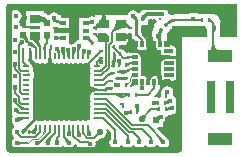
<source format=gtl>
G04 Layer_Physical_Order=1*
G04 Layer_Color=255*
%FSLAX25Y25*%
%MOIN*%
G70*
G01*
G75*
%ADD10C,0.00500*%
%ADD11C,0.00800*%
%ADD12C,0.01000*%
%ADD13C,0.00400*%
%ADD14C,0.00600*%
%ADD15C,0.01200*%
%ADD16C,0.01500*%
%ADD17R,0.01102X0.01181*%
G04:AMPARAMS|DCode=18|XSize=11.02mil|YSize=11.81mil|CornerRadius=0mil|HoleSize=0mil|Usage=FLASHONLY|Rotation=45.000|XOffset=0mil|YOffset=0mil|HoleType=Round|Shape=Rectangle|*
%AMROTATEDRECTD18*
4,1,4,0.00028,-0.00807,-0.00807,0.00028,-0.00028,0.00807,0.00807,-0.00028,0.00028,-0.00807,0.0*
%
%ADD18ROTATEDRECTD18*%

%ADD19R,0.02165X0.01181*%
%ADD20R,0.02559X0.05315*%
%ADD21R,0.01181X0.01102*%
%ADD22R,0.01181X0.01181*%
%ADD23R,0.03543X0.03150*%
%ADD24O,0.02559X0.00787*%
%ADD25O,0.00787X0.02559*%
%ADD26R,0.18504X0.18504*%
%ADD27R,0.02165X0.02165*%
%ADD28R,0.01181X0.02165*%
%ADD29R,0.06693X0.08661*%
%ADD30R,0.02362X0.02362*%
%ADD31R,0.03543X0.02756*%
%ADD32R,0.02362X0.02362*%
%ADD33R,0.01969X0.02362*%
%ADD34O,0.58500X0.02000*%
%ADD35O,0.58000X0.02000*%
%ADD36O,0.02000X0.41000*%
%ADD37O,0.01800X0.49500*%
%ADD38R,0.07874X0.03937*%
%ADD39R,0.03150X0.11024*%
%ADD40C,0.00750*%
%ADD41R,0.19500X0.00735*%
%ADD42C,0.01500*%
%ADD43C,0.01000*%
%ADD44C,0.02598*%
%ADD45C,0.02200*%
G36*
X16169Y31386D02*
X16696Y31034D01*
X17318Y30910D01*
X17940Y31034D01*
X18106Y31144D01*
X18271Y31034D01*
X18893Y30910D01*
X19515Y31034D01*
X19681Y31144D01*
X19846Y31034D01*
X20468Y30910D01*
X21090Y31034D01*
X21255Y31144D01*
X21421Y31034D01*
X22043Y30910D01*
X22665Y31034D01*
X22830Y31144D01*
X22996Y31034D01*
X23618Y30910D01*
X24239Y31034D01*
X24405Y31144D01*
X24570Y31034D01*
X25192Y30910D01*
X25814Y31034D01*
X25980Y31144D01*
X26145Y31034D01*
X26767Y30910D01*
X27389Y31034D01*
X27555Y31144D01*
X27720Y31034D01*
X28342Y30910D01*
X28821Y31005D01*
X29175Y30652D01*
X29079Y30173D01*
X29203Y29551D01*
X29314Y29385D01*
X29203Y29220D01*
X29079Y28598D01*
X29203Y27976D01*
X29314Y27811D01*
X29203Y27645D01*
X29079Y27023D01*
X29203Y26401D01*
X29314Y26236D01*
X29203Y26070D01*
X29079Y25448D01*
X29203Y24827D01*
X29314Y24661D01*
X29203Y24496D01*
X29079Y23874D01*
X29203Y23252D01*
X29555Y22725D01*
X29818Y22549D01*
Y22049D01*
X29555Y21873D01*
X29203Y21346D01*
X29079Y20724D01*
X29203Y20102D01*
X29314Y19937D01*
X29203Y19771D01*
X29079Y19149D01*
X29203Y18527D01*
X29314Y18362D01*
X29203Y18196D01*
X29079Y17574D01*
X29203Y16953D01*
X29314Y16787D01*
X29203Y16621D01*
X29079Y16000D01*
X29203Y15378D01*
X29314Y15212D01*
X29203Y15047D01*
X29079Y14425D01*
X29203Y13803D01*
X29268Y13706D01*
X29087Y13435D01*
X28971Y12850D01*
X29061Y12393D01*
X28708Y12040D01*
X28342Y12113D01*
X27720Y11989D01*
X27555Y11878D01*
X27389Y11989D01*
X26767Y12113D01*
X26145Y11989D01*
X25980Y11878D01*
X25814Y11989D01*
X25192Y12113D01*
X24570Y11989D01*
X24405Y11878D01*
X24239Y11989D01*
X23618Y12113D01*
X22996Y11989D01*
X22830Y11878D01*
X22665Y11989D01*
X22043Y12113D01*
X21421Y11989D01*
X21255Y11878D01*
X21090Y11989D01*
X20468Y12113D01*
X19846Y11989D01*
X19681Y11878D01*
X19515Y11989D01*
X18893Y12113D01*
X18271Y11989D01*
X18106Y11878D01*
X17940Y11989D01*
X17318Y12113D01*
X16696Y11989D01*
X16531Y11878D01*
X16365Y11989D01*
X15743Y12113D01*
X15122Y11989D01*
X14956Y11878D01*
X14791Y11989D01*
X14169Y12113D01*
X13547Y11989D01*
X13381Y11878D01*
X13216Y11989D01*
X12594Y12113D01*
X11972Y11989D01*
X11806Y11878D01*
X11641Y11989D01*
X11019Y12113D01*
X10540Y12017D01*
X10187Y12371D01*
X10282Y12850D01*
X10158Y13472D01*
X10047Y13637D01*
X10158Y13803D01*
X10282Y14425D01*
X10158Y15047D01*
X10047Y15212D01*
X10158Y15378D01*
X10282Y16000D01*
X10158Y16621D01*
X10047Y16787D01*
X10158Y16953D01*
X10282Y17574D01*
X10158Y18196D01*
X10047Y18362D01*
X10158Y18527D01*
X10282Y19149D01*
X10158Y19771D01*
X10047Y19937D01*
X10158Y20102D01*
X10282Y20724D01*
X10158Y21346D01*
X10047Y21511D01*
X10158Y21677D01*
X10282Y22299D01*
X10158Y22921D01*
X10047Y23086D01*
X10158Y23252D01*
X10282Y23874D01*
X10158Y24496D01*
X10047Y24661D01*
X10158Y24827D01*
X10282Y25448D01*
X10158Y26070D01*
X10141Y26097D01*
X10501Y26637D01*
X10633Y27300D01*
X10501Y27963D01*
X10235Y28362D01*
X10282Y28598D01*
X10158Y29220D01*
X10047Y29385D01*
X10158Y29551D01*
X10282Y30173D01*
X10187Y30652D01*
X10540Y31005D01*
X11019Y30910D01*
X11641Y31034D01*
X11806Y31144D01*
X11972Y31034D01*
X12594Y30910D01*
X13216Y31034D01*
X13381Y31144D01*
X13547Y31034D01*
X14169Y30910D01*
X14791Y31034D01*
X15318Y31386D01*
X15494Y31649D01*
X15993D01*
X16169Y31386D01*
D02*
G37*
G36*
X42707Y39159D02*
X43784D01*
X44773Y38170D01*
Y35305D01*
X44773D01*
Y35303D01*
X44420Y34949D01*
X41820D01*
Y34790D01*
X41450D01*
X41379Y34776D01*
X40993Y35093D01*
Y35841D01*
X39758D01*
X38711Y36888D01*
X38902Y37350D01*
X41700D01*
Y41141D01*
X42707D01*
Y39159D01*
D02*
G37*
G36*
X2694Y17494D02*
X2879Y17370D01*
X2977Y16880D01*
X2563Y16261D01*
X2412Y15500D01*
X2563Y14739D01*
X2994Y14094D01*
X3067Y14045D01*
X3263Y13753D01*
X3323Y13449D01*
X2963Y12911D01*
X2812Y12150D01*
X2963Y11389D01*
X3394Y10744D01*
X3872Y10425D01*
Y9925D01*
X3394Y9606D01*
X2963Y8961D01*
X2812Y8200D01*
X2963Y7439D01*
X3394Y6794D01*
X3722Y6575D01*
Y6075D01*
X3394Y5856D01*
X2963Y5211D01*
X2812Y4450D01*
X2963Y3689D01*
X3394Y3044D01*
X4039Y2613D01*
X4800Y2462D01*
X5561Y2613D01*
X6064Y2950D01*
X6117Y2972D01*
X8550D01*
X9116Y3084D01*
X9457Y3312D01*
X9947Y3214D01*
X10094Y2994D01*
X10739Y2563D01*
X11500Y2412D01*
X12261Y2563D01*
X12906Y2994D01*
X13033Y3185D01*
X13533D01*
X13594Y3094D01*
X14239Y2663D01*
X15000Y2512D01*
X15761Y2663D01*
X16406Y3094D01*
X16406Y3094D01*
Y3094D01*
X16694Y3194D01*
X16694Y3194D01*
D01*
X17339Y2763D01*
X18100Y2612D01*
X18861Y2763D01*
X19506Y3194D01*
X19800Y3634D01*
X20300D01*
X20594Y3194D01*
X21239Y2763D01*
X22000Y2612D01*
X22761Y2763D01*
X23406Y3194D01*
X23837Y3839D01*
X23855Y3931D01*
X24333Y4076D01*
X24755Y3655D01*
X25234Y3334D01*
X25800Y3222D01*
X27375D01*
X27594Y2894D01*
X28239Y2463D01*
X28894Y2333D01*
X28845Y1835D01*
X1835D01*
Y17918D01*
X2314Y18063D01*
X2694Y17494D01*
D02*
G37*
G36*
X67573Y43359D02*
X67733Y43252D01*
X67938Y42945D01*
X68021Y42531D01*
X68000Y39850D01*
X59800D01*
Y1835D01*
X29155D01*
X29106Y2333D01*
X29761Y2463D01*
X30406Y2894D01*
X30837Y3539D01*
X30988Y4300D01*
X30871Y4888D01*
X31345Y5205D01*
X32088Y5947D01*
X32300Y5905D01*
X33197Y6083D01*
X33958Y6592D01*
X34467Y7353D01*
X34645Y8250D01*
X34530Y8831D01*
X34971Y9067D01*
X35971Y8066D01*
Y5928D01*
X35963Y5909D01*
X35663Y5461D01*
X35512Y4700D01*
X35663Y3939D01*
X36094Y3294D01*
X36739Y2863D01*
X37500Y2712D01*
X38261Y2863D01*
X38906Y3294D01*
X39337Y3939D01*
X39350Y4005D01*
X39850D01*
X39863Y3939D01*
X40294Y3294D01*
X40939Y2863D01*
X41700Y2712D01*
X42461Y2863D01*
X43106Y3294D01*
X43400Y3734D01*
X43900D01*
X44194Y3294D01*
X44839Y2863D01*
X45600Y2712D01*
X46361Y2863D01*
X47006Y3294D01*
X47300Y3734D01*
X47800D01*
X48094Y3294D01*
X48739Y2863D01*
X49500Y2712D01*
X50261Y2863D01*
X50906Y3294D01*
X51250Y3809D01*
X51750D01*
X52094Y3294D01*
X52739Y2863D01*
X53500Y2712D01*
X54261Y2863D01*
X54906Y3294D01*
X55337Y3939D01*
X55488Y4700D01*
X55337Y5461D01*
X54906Y6106D01*
X54541Y6350D01*
X54121Y6770D01*
X54121Y6770D01*
D01*
X54121Y6770D01*
X54121Y6770D01*
X53305Y7586D01*
X53272Y7628D01*
X53273D01*
X53263D01*
X51434Y9457D01*
X51625Y9919D01*
X53513D01*
Y11498D01*
X54106Y11894D01*
X54537Y12539D01*
X54688Y13300D01*
X54644Y13523D01*
X54961Y13909D01*
X56293D01*
Y14106D01*
X56300Y14112D01*
X57061Y14263D01*
X57706Y14694D01*
X58137Y15339D01*
X58288Y16100D01*
X58137Y16861D01*
X57706Y17506D01*
X57573Y17594D01*
X57737Y17839D01*
X57888Y18600D01*
X57737Y19361D01*
X57306Y20006D01*
X56661Y20437D01*
X56737Y20639D01*
X56737Y20639D01*
X56737Y20639D01*
X56888Y21400D01*
X56737Y22161D01*
X56306Y22806D01*
X55661Y23237D01*
X54900Y23388D01*
X54139Y23237D01*
X53494Y22806D01*
X53063Y22161D01*
X53029Y21991D01*
X52790D01*
Y19691D01*
X51230D01*
X51161Y19737D01*
X50583Y19852D01*
X50437Y20330D01*
X51654Y21547D01*
X52008Y22077D01*
X52094Y22510D01*
X52291D01*
Y25462D01*
X52647D01*
Y25462D01*
X55843D01*
X56600Y25312D01*
X57361Y25463D01*
X58006Y25894D01*
X58437Y26539D01*
X58588Y27300D01*
X58437Y28061D01*
X58311Y28250D01*
X58437Y28439D01*
X58588Y29200D01*
X58437Y29961D01*
X58277Y30200D01*
X58437Y30439D01*
X58588Y31200D01*
X58437Y31961D01*
X58006Y32606D01*
X57403Y33009D01*
Y33249D01*
X57463Y33548D01*
X57606Y33644D01*
X58037Y34289D01*
X58188Y35050D01*
X58037Y35811D01*
X57606Y36456D01*
X57213Y36719D01*
Y36918D01*
X56806D01*
X56200Y37038D01*
X55594Y36918D01*
X53900D01*
Y38600D01*
X54700D01*
X54770Y40347D01*
X54770D01*
X54743Y40380D01*
X54869Y41013D01*
X55246Y41578D01*
X56301Y42975D01*
X56588Y43356D01*
X56632Y43400D01*
X67369D01*
X67573Y43359D01*
D02*
G37*
G36*
X51174Y45454D02*
X51363Y44991D01*
X50943Y44479D01*
X50372Y43411D01*
X50021Y42253D01*
X49902Y41048D01*
X50000Y39000D01*
Y38600D01*
X51100D01*
Y35500D01*
X52647D01*
Y33336D01*
X52647Y33336D01*
X52647Y32980D01*
X52647D01*
Y29399D01*
Y27431D01*
Y27075D01*
X52291D01*
Y27075D01*
X48710D01*
D01*
D01*
X48710Y27075D01*
X48354D01*
Y27075D01*
X46386D01*
Y27431D01*
Y29399D01*
Y31368D01*
Y34949D01*
X46386D01*
Y34951D01*
X46740Y35305D01*
X48354D01*
Y39870D01*
X47687D01*
X46209Y41348D01*
Y41459D01*
Y43613D01*
X46596Y43930D01*
X46722Y43905D01*
X46946Y43949D01*
X48473D01*
Y45317D01*
X48499Y45448D01*
X48765Y45714D01*
X51174Y45454D01*
D02*
G37*
G36*
X53094Y49567D02*
X52439Y49437D01*
X52361Y49385D01*
X48005D01*
X47419Y49268D01*
X47302Y49245D01*
X46707Y48847D01*
X45609Y47749D01*
X45111Y47798D01*
X44906Y48106D01*
X44261Y48537D01*
X43500Y48688D01*
X42739Y48537D01*
X42094Y48106D01*
X41663Y47461D01*
X41641Y47350D01*
X30900D01*
Y46822D01*
X30461Y46587D01*
X29700Y46738D01*
X28939Y46587D01*
X28509Y46300D01*
X25356D01*
Y42718D01*
Y40159D01*
Y38829D01*
X24639Y38687D01*
X23994Y38256D01*
X23596Y37660D01*
X23029Y37547D01*
X22708Y37332D01*
X22641Y37377D01*
X22244Y37456D01*
Y37607D01*
X22244D01*
Y41188D01*
X18677D01*
X18608Y41234D01*
X17847Y41385D01*
X17568Y41330D01*
X17181Y41647D01*
Y42237D01*
Y42718D01*
X17679D01*
Y42718D01*
X22244D01*
Y46300D01*
X19669D01*
X19649Y46308D01*
X19512Y46445D01*
X19390Y46526D01*
Y47043D01*
X18815D01*
X18506Y47506D01*
X17861Y47937D01*
X17100Y48088D01*
X16339Y47937D01*
X15694Y47506D01*
X15525Y47252D01*
X15027Y47203D01*
X14822Y47409D01*
X14177Y47840D01*
X13672Y47940D01*
Y48581D01*
X7728D01*
Y43425D01*
X12419D01*
Y42675D01*
X8984D01*
Y42863D01*
X6483D01*
X6288Y43100D01*
X6137Y43861D01*
X5706Y44506D01*
X5341Y44750D01*
Y45250D01*
X5706Y45494D01*
X6137Y46139D01*
X6288Y46900D01*
X6137Y47661D01*
X5706Y48306D01*
X5061Y48737D01*
X4300Y48888D01*
X3539Y48737D01*
X2894Y48306D01*
X2463Y47661D01*
X2333Y47006D01*
X1835Y47055D01*
Y50065D01*
X53045D01*
X53094Y49567D01*
D02*
G37*
G36*
X35417Y40305D02*
Y38110D01*
X31874D01*
Y41260D01*
X34326Y41263D01*
X35417Y40305D01*
D02*
G37*
G36*
X78165Y39850D02*
X72600D01*
Y44769D01*
X72624D01*
X72530Y45482D01*
X72255Y46146D01*
X71817Y46717D01*
X71817Y46718D01*
X71219Y47177D01*
X70522Y47465D01*
X69774Y47564D01*
X66458Y47539D01*
Y47539D01*
X66420Y47500D01*
X65290D01*
Y48009D01*
X61709D01*
Y47500D01*
X55691D01*
X55188Y47600D01*
X55037Y48361D01*
X54606Y49006D01*
X53961Y49437D01*
X53306Y49567D01*
X53355Y50065D01*
X78165D01*
Y39850D01*
D02*
G37*
D10*
X50833Y18150D02*
G03*
X51174Y17889I486J280D01*
G01*
X51178Y17887D02*
G03*
X50869Y17727I-67J-249D01*
G01*
X50869Y18073D02*
G03*
X51178Y17913I242J89D01*
G01*
X51174Y17911D02*
G03*
X50833Y17650I145J-542D01*
G01*
X50754Y18254D02*
G03*
X51607Y17900I853J853D01*
G01*
X51607D02*
G03*
X50754Y17546I0J-1207D01*
G01*
X45254Y16346D02*
G03*
X44900Y15493I854J-854D01*
G01*
D02*
G03*
X44546Y16346I-1207J0D01*
G01*
X54874Y17900D02*
G03*
X55900Y18600I0J1101D01*
G01*
X54142Y17900D02*
G03*
X55434Y18782I0J1388D01*
G01*
X55825Y18106D02*
G03*
X55200Y17900I-109J-722D01*
G01*
D02*
G03*
X55406Y18525I-516J516D01*
G01*
X46300Y13250D02*
G03*
X47751Y13851I0J2052D01*
G01*
D02*
G03*
X47150Y12400I1451J-1451D01*
G01*
X55519Y15700D02*
G03*
X56300Y16100I0J963D01*
G01*
X54542Y15700D02*
G03*
X55894Y16392I0J1667D01*
G01*
X41346Y5054D02*
G03*
X41700Y5907I-854J854D01*
G01*
D02*
G03*
X42054Y5054I1207J0D01*
G01*
X45246D02*
G03*
X45600Y5907I-854J854D01*
G01*
D02*
G03*
X45954Y5054I1207J0D01*
G01*
X53500Y4700D02*
G03*
X53076Y5724I-1448J0D01*
G01*
X53000Y4700D02*
G03*
X52222Y6578I-2656J0D01*
G01*
X41454Y14954D02*
G03*
X42066Y14700I612J612D01*
G01*
X42549D02*
G03*
X41454Y14246I0J-1549D01*
G01*
X24946Y7654D02*
G03*
X25192Y8247I-594J594D01*
G01*
Y8767D02*
G03*
X25654Y7654I1575J0D01*
G01*
X17746Y4953D02*
G03*
X18100Y5807I-854J854D01*
G01*
D02*
G03*
X18454Y4953I1207J0D01*
G01*
X14854Y5354D02*
G03*
X14500Y4500I854J-854D01*
G01*
X15707Y6207D02*
G03*
X15000Y4500I1707J-1707D01*
G01*
X16561Y7061D02*
G03*
X15500Y4500I2561J-2561D01*
G01*
X14700Y4900D02*
G03*
X15000Y5500I-450J600D01*
G01*
D02*
G03*
X15300Y4900I750J0D01*
G01*
X46215Y49350D02*
G03*
X47173Y49747I0J1356D01*
G01*
X47587Y49648D02*
G03*
X48000Y49350I412J136D01*
G01*
X7771Y27023D02*
G03*
X8708Y27461I0J1223D01*
G01*
X4453Y22746D02*
G03*
X4100Y21893I854J-854D01*
G01*
D02*
G03*
X3746Y22746I-1207J0D01*
G01*
X4900Y15500D02*
G03*
X5254Y14646I1207J0D01*
G01*
X5254Y14646D02*
G03*
X4400Y15000I-854J-854D01*
G01*
X37346Y48846D02*
G03*
X36131Y49350I-1216J-1216D01*
G01*
X36855D02*
G03*
X37346Y49554I0J695D01*
G01*
X38054D02*
G03*
X38545Y49350I491J491D01*
G01*
X39269D02*
G03*
X38054Y48846I0J-1719D01*
G01*
X4453Y30446D02*
G03*
X4200Y29834I612J-612D01*
G01*
Y29351D02*
G03*
X3746Y30446I-1548J0D01*
G01*
X5283Y12850D02*
G03*
X4447Y12504I0J-1183D01*
G01*
X6490Y12850D02*
G03*
X4800Y12150I0J-2390D01*
G01*
X7697Y12850D02*
G03*
X5153Y11796I0J-3597D01*
G01*
X4875Y12644D02*
G03*
X5500Y12850I109J722D01*
G01*
D02*
G03*
X5294Y12225I516J-516D01*
G01*
X25754Y36496D02*
G03*
X25192Y35142I1355J-1355D01*
G01*
X21500Y4600D02*
G03*
X20864Y6136I-2173J0D01*
G01*
X21846Y7903D02*
G03*
X22043Y8377I-474J474D01*
G01*
Y9137D02*
G03*
X22554Y7903I1744J0D01*
G01*
X38210Y24136D02*
G03*
X38758Y23850I548J382D01*
G01*
D02*
G03*
X38210Y23564I0J-668D01*
G01*
X55844Y34699D02*
G03*
X55007Y35050I-836J-823D01*
G01*
D02*
G03*
X55844Y35401I0J1173D01*
G01*
X39254Y31596D02*
G03*
X38900Y30743I854J-854D01*
G01*
D02*
G03*
X38546Y31596I-1207J0D01*
G01*
X6400Y37650D02*
G03*
X5632Y37332I0J-1086D01*
G01*
X5511Y37211D02*
G03*
X5900Y38150I-939J939D01*
G01*
X18513Y35821D02*
G03*
X18648Y34793I1309J-351D01*
G01*
X18544Y34973D02*
G03*
X17901Y35467I-917J-530D01*
G01*
X18526Y35886D02*
G03*
X18893Y34807I1280J-166D01*
G01*
X18406Y35294D02*
G03*
X18030Y35450I-376J-376D01*
G01*
X20468Y34549D02*
G03*
X19980Y35700I-1602J0D01*
G01*
X20468Y33369D02*
G03*
X19632Y35341I-2743J0D01*
G01*
X22233Y35186D02*
G03*
X21880Y34333I854J-854D01*
G01*
D02*
G03*
X21526Y35186I-1207J0D01*
G01*
X24144Y35357D02*
G03*
X23618Y34087I1270J-1270D01*
G01*
Y34919D02*
G03*
X23436Y35357I-618J0D01*
G01*
X27354Y34996D02*
G03*
X26767Y33581I1416J-1416D01*
G01*
X49146Y5054D02*
G03*
X49500Y5907I-854J854D01*
G01*
D02*
G03*
X49854Y5054I1207J0D01*
G01*
X5153Y4803D02*
G03*
X6007Y4450I854J854D01*
G01*
D02*
G03*
X5153Y4096I0J-1207D01*
G01*
X38605Y23658D02*
G03*
X38141Y23850I-464J-464D01*
G01*
X38041D02*
G03*
X38605Y24084I0J798D01*
G01*
X52045Y15487D02*
G03*
X51531Y15700I-514J-514D01*
G01*
D02*
G03*
X52045Y15913I0J727D01*
G01*
X54755D02*
G03*
X55269Y15700I514J514D01*
G01*
D02*
G03*
X54755Y15487I0J-727D01*
G01*
X38625Y30782D02*
G03*
X38900Y31446I-663J663D01*
G01*
Y31148D02*
G03*
X39051Y30782I516J0D01*
G01*
X42445Y14487D02*
G03*
X41931Y14700I-514J-514D01*
G01*
D02*
G03*
X42445Y14913I0J727D01*
G01*
X44729Y14952D02*
G03*
X44900Y15366I-413J413D01*
G01*
Y15567D02*
G03*
X45155Y14952I870J0D01*
G01*
X51645Y17687D02*
G03*
X51131Y17900I-514J-514D01*
G01*
D02*
G03*
X51645Y18113I0J727D01*
G01*
X54355D02*
G03*
X54869Y17900I514J514D01*
G01*
D02*
G03*
X54355Y17687I0J-727D01*
G01*
X55706Y35315D02*
G03*
X56200Y35050I494J328D01*
G01*
X56058D02*
G03*
X55663Y34886I0J-559D01*
G01*
X18749Y34307D02*
G03*
X18294Y35406I-1555J0D01*
G01*
X21880Y35046D02*
G03*
X22144Y34408I903J0D01*
G01*
X32476Y28742D02*
G03*
X33408Y29128I0J1318D01*
G01*
X32476Y27167D02*
G03*
X33348Y27528I0J1234D01*
G01*
X12050Y7750D02*
G03*
X12450Y8716I-966J966D01*
G01*
X5641Y16658D02*
G03*
X6885Y16143I1244J1244D01*
G01*
X5941Y21259D02*
G03*
X6885Y20868I944J944D01*
G01*
X39158Y43389D02*
G03*
X38085Y42945I0J-1516D01*
G01*
X39158Y42889D02*
G03*
X37232Y42091I0J-2723D01*
G01*
X37610Y42470D02*
G03*
X38333Y44214I-1744J1744D01*
G01*
X36757Y41616D02*
G03*
X37833Y44214I-2598J2598D01*
G01*
X39354D02*
X40978D01*
X36500Y41359D02*
X39354Y44214D01*
X36500Y38250D02*
Y41359D01*
X35300Y37050D02*
X36500Y38250D01*
X35300Y29480D02*
Y37050D01*
X34400Y30120D02*
Y38932D01*
X33646Y39686D02*
X34400Y38932D01*
X20430Y33459D02*
X20468Y33421D01*
X7771Y20724D02*
X7777Y20730D01*
X31590Y28598D02*
X32878D01*
X31590Y27023D02*
X32843D01*
X21880Y33584D02*
X22043Y33421D01*
X21880Y33584D02*
Y35540D01*
X20468Y33421D02*
Y35212D01*
X19980Y35700D02*
X20468Y35212D01*
X18893Y33421D02*
Y34807D01*
X18030Y35670D02*
X18893Y34807D01*
X18030Y35670D02*
Y35950D01*
X7771Y16000D02*
X7880D01*
X46564Y24014D02*
Y24792D01*
X32843Y27023D02*
X35300Y29480D01*
X32878Y28598D02*
X34400Y30120D01*
X38838Y30530D02*
X38900Y30592D01*
Y31950D01*
X37800Y23850D02*
X38758D01*
X38818Y23910D01*
X55007Y35050D02*
X56200D01*
X54930Y35127D02*
X55007Y35050D01*
X23618Y33421D02*
Y35538D01*
X23790Y35710D01*
X25192Y33421D02*
Y36642D01*
X25400Y36850D01*
X26767Y33421D02*
Y35117D01*
X27000Y35350D01*
X15743Y8053D02*
Y9602D01*
X26767Y7703D02*
Y9602D01*
Y7703D02*
X28220Y6250D01*
X30300D01*
X32300Y8250D01*
X6152Y28598D02*
X7771D01*
X5500Y12850D02*
X7771D01*
X4800Y12150D02*
X5500Y12850D01*
X5475Y14425D02*
X7771D01*
X4400Y15500D02*
X5475Y14425D01*
X6300Y16000D02*
X7771D01*
X5600Y18050D02*
X6076Y17574D01*
X6896D01*
X7046D02*
X7771D01*
X4100Y18200D02*
X6300Y16000D01*
X4100Y18200D02*
Y18900D01*
Y21200D02*
Y23100D01*
Y21200D02*
X5600Y19700D01*
Y18050D02*
Y19700D01*
X4200Y29050D02*
Y30700D01*
X6400Y38100D02*
Y38150D01*
X5500Y29250D02*
X6152Y28598D01*
X5500Y29250D02*
Y37200D01*
X6400Y38100D01*
X8623Y27023D02*
X8900Y27300D01*
X7771Y27023D02*
X8623D01*
X6476Y20724D02*
X7771D01*
X5700Y21500D02*
X6476Y20724D01*
X4100Y30800D02*
X4200Y30700D01*
Y29050D02*
X5700Y27550D01*
Y21500D02*
Y27550D01*
X12594Y8294D02*
Y9602D01*
X10900Y6600D02*
X12594Y8294D01*
X6177Y6600D02*
X10900D01*
X4800Y7977D02*
X6177Y6600D01*
X4800Y7977D02*
Y8200D01*
Y4450D02*
X8550D01*
X12091Y4400D02*
X15743Y8053D01*
X11500Y4400D02*
X12091D01*
X17318Y7818D02*
Y9602D01*
X15000Y5500D02*
X17318Y7818D01*
X15000Y4500D02*
Y5500D01*
X18893Y6993D02*
Y9602D01*
X18100Y6200D02*
X18893Y6993D01*
X18100Y4600D02*
Y6200D01*
X20468Y6532D02*
Y9602D01*
Y6532D02*
X22000Y5000D01*
Y4600D02*
Y5000D01*
X25192Y7408D02*
Y9602D01*
Y7408D02*
X25300Y7300D01*
X22043Y7707D02*
Y9602D01*
Y7707D02*
X22200Y7550D01*
X23618Y6882D02*
Y9602D01*
Y6882D02*
X25800Y4700D01*
X28600D01*
X29000Y4300D01*
X53500Y4700D02*
Y5300D01*
X31900Y17574D02*
X34526D01*
X42800Y9300D01*
X46500D02*
X49500Y6300D01*
Y4700D02*
Y6300D01*
X42800Y9300D02*
X46500D01*
X31590Y16000D02*
X34300D01*
X42100Y8200D01*
X43500D01*
X45600Y6100D01*
Y4700D02*
Y6100D01*
X31590Y14425D02*
X33975D01*
X41700Y6700D01*
Y4700D02*
Y6700D01*
X31590Y19149D02*
X34451D01*
X44900Y14742D02*
Y16700D01*
Y14742D02*
X44942Y14700D01*
X41200D02*
X42658D01*
X41100Y14600D02*
X41200Y14700D01*
X34451Y19149D02*
X43200Y10400D01*
X48400D01*
X53500Y5300D01*
X55900Y15700D02*
X56300Y16100D01*
X54542Y15700D02*
X55900D01*
X55200Y17900D02*
X55900Y18600D01*
X54142Y17900D02*
X55200D01*
X46300Y12400D02*
X49600Y15700D01*
X52258D01*
X50400Y17900D02*
X51858D01*
X50400Y17900D02*
X50400Y17900D01*
X34300Y49350D02*
X48000D01*
D11*
X54765Y9843D02*
G03*
X54916Y10985I-1302J752D01*
G01*
X55221D02*
G03*
X55372Y9843I1453J-389D01*
G01*
X54821Y9916D02*
G03*
X55068Y10514I-598J598D01*
G01*
D02*
G03*
X55316Y9916I845J0D01*
G01*
X52700Y12950D02*
G03*
X52103Y12702I0J-845D01*
G01*
X52103Y12702D02*
G03*
X52350Y13300I-598J598D01*
G01*
X56353Y27053D02*
G03*
X55755Y27300I-598J-598D01*
G01*
D02*
G03*
X56353Y27547I0J845D01*
G01*
Y28953D02*
G03*
X55755Y29200I-598J-598D01*
G01*
D02*
G03*
X56353Y29447I0J845D01*
G01*
Y30953D02*
G03*
X55755Y31200I-598J-598D01*
G01*
D02*
G03*
X56353Y31447I0J845D01*
G01*
X46253Y23247D02*
G03*
X46564Y23999I-752J752D01*
G01*
X47104Y40389D02*
G03*
X47739Y39742I1098J444D01*
G01*
X47104Y40389D02*
G03*
X47739Y39742I1098J444D01*
G01*
X18095Y39645D02*
G03*
X18692Y39397I598J598D01*
G01*
D02*
G03*
X18095Y39150I0J-845D01*
G01*
X17433Y45991D02*
G03*
X17600Y45292I653J-213D01*
G01*
X29084Y34652D02*
G03*
X28342Y33322I821J-1330D01*
G01*
X28883Y34600D02*
G03*
X28342Y34392I-35J-714D01*
G01*
D02*
G03*
X28550Y34933I-505J505D01*
G01*
X39754Y28104D02*
G03*
X39133Y28362I-622J-622D01*
G01*
X39181D02*
G03*
X39754Y28599I0J811D01*
G01*
X40249D02*
G03*
X40823Y28362I573J573D01*
G01*
X40871D02*
G03*
X40249Y28104I0J-879D01*
G01*
X39754D02*
G03*
X39157Y28352I-598J-598D01*
G01*
D02*
G03*
X39754Y28599I0J845D01*
G01*
X40249D02*
G03*
X40823Y28362I573J573D01*
G01*
X40871D02*
G03*
X40249Y28104I0J-879D01*
G01*
Y28599D02*
G03*
X40823Y28362I573J573D01*
G01*
X40871D02*
G03*
X40249Y28104I0J-879D01*
G01*
X32850Y32516D02*
G03*
X33147Y31798I1016J0D01*
G01*
X10082Y7932D02*
G03*
X9485Y8180I-598J-598D01*
G01*
D02*
G03*
X10082Y8427I0J845D01*
G01*
X10210Y8509D02*
G03*
X10870Y9453I-345J944D01*
G01*
X10356Y8529D02*
G03*
X10870Y8720I49J656D01*
G01*
D02*
G03*
X10679Y8206I465J-465D01*
G01*
X8374Y38142D02*
G03*
X9200Y37800I826J826D01*
G01*
X10993Y36358D02*
G03*
X9200Y37100I-1792J-1792D01*
G01*
X47128Y34830D02*
G03*
X48269Y35705I-486J1814D01*
G01*
X49612Y34763D02*
G03*
X49978Y34322I715J222D01*
G01*
X49197Y35137D02*
G03*
X49549Y34828I549J270D01*
G01*
X49419Y34753D02*
G03*
X49069Y36485I-2266J445D01*
G01*
X26543Y20020D02*
G03*
X28417Y21522I-729J2831D01*
G01*
X26490Y20005D02*
G03*
X26996Y20436I-268J827D01*
G01*
X27331Y21093D02*
G03*
X27470Y19710I1143J-583D01*
G01*
X26089Y23695D02*
G03*
X27560Y22369I1747J460D01*
G01*
X26202Y23460D02*
G03*
X28142Y22279I2396J1752D01*
G01*
X28364Y22887D02*
G03*
X27234Y23105I-685J-512D01*
G01*
X28405Y24123D02*
G03*
X26363Y24446I-1187J-888D01*
G01*
X28897Y23464D02*
G03*
X26824Y23793I-1205J-901D01*
G01*
X24657Y22299D02*
G03*
X27263Y23378I0J3685D01*
G01*
X22726Y22299D02*
G03*
X26697Y23944I0J5616D01*
G01*
X20794Y22299D02*
G03*
X26131Y24509I0J7548D01*
G01*
X26198Y23465D02*
G03*
X28471Y22299I2273J1632D01*
G01*
X26848Y23932D02*
G03*
X30030Y22299I3183J2286D01*
G01*
X27498Y24398D02*
G03*
X31590Y22299I4092J2939D01*
G01*
X22043Y22974D02*
G03*
X19909Y22091I0J-3018D01*
G01*
X20756Y22938D02*
G03*
X21144Y23874I-936J936D01*
G01*
X22043Y24773D02*
G03*
X22979Y25161I0J1324D01*
G01*
X23826Y26008D02*
G03*
X22942Y23874I2134J-2134D01*
G01*
X21547Y23378D02*
G03*
X24153Y22299I2606J2606D01*
G01*
X22113Y23944D02*
G03*
X26084Y22299I3971J3971D01*
G01*
X22679Y24509D02*
G03*
X28016Y22299I5337J5337D01*
G01*
X26767Y27699D02*
G03*
X24633Y26815I0J-3018D01*
G01*
X25480Y27662D02*
G03*
X25868Y28598I-936J936D01*
G01*
X26767Y29497D02*
G03*
X27703Y29885I0J1324D01*
G01*
X28550Y30732D02*
G03*
X27666Y28598I2134J-2134D01*
G01*
X17081Y29257D02*
G03*
X15743Y27354I686J-1903D01*
G01*
X17352Y28505D02*
G03*
X15743Y26215I825J-2289D01*
G01*
X17623Y27752D02*
G03*
X15743Y25077I964J-2675D01*
G01*
Y30302D02*
G03*
X16910Y28029I2798J0D01*
G01*
X15743Y31861D02*
G03*
X17376Y28679I3918J0D01*
G01*
X15743Y33421D02*
G03*
X17843Y29328I5038J0D01*
G01*
X12513Y27902D02*
G03*
X13954Y28568I176J1511D01*
G01*
X12605Y28697D02*
G03*
X14680Y29656I253J2176D01*
G01*
X28273Y44509D02*
G03*
X29452Y44998I0J1668D01*
G01*
X57729Y45500D02*
G03*
X56646Y45051I0J-1532D01*
G01*
X56461Y45007D02*
G03*
X55174Y44474I0J-1819D01*
G01*
X52400Y39755D02*
G03*
X52000Y40719I-1364J0D01*
G01*
X52400Y37824D02*
G03*
X51435Y40154I-3295J0D01*
G01*
X51730Y39718D02*
G03*
X52400Y40622I-274J903D01*
G01*
X51498Y40484D02*
G03*
X52400Y41700I-368J1216D01*
G01*
X69124Y34364D02*
G03*
X69991Y36500I-2215J2144D01*
G01*
X70000Y36639D02*
G03*
X71075Y34043I3670J0D01*
G01*
X70000Y38570D02*
G03*
X71641Y34609I5601J0D01*
G01*
X15744Y35394D02*
G03*
X16094Y36579I-915J915D01*
G01*
X14330Y37222D02*
G03*
X14109Y36689I532J-532D01*
G01*
X14083Y36525D02*
G03*
X14169Y35581I609J-420D01*
G01*
X6900Y34703D02*
G03*
X6651Y35304I-849J0D01*
G01*
X46893Y40911D02*
G03*
X47214Y40136I1095J0D01*
G01*
X44609Y40911D02*
G03*
X44800Y40450I652J0D01*
G01*
X41029Y28513D02*
G03*
X42452Y29102I0J2012D01*
G01*
X42067Y33158D02*
G03*
X41446Y32901I0J-878D01*
G01*
X7384Y40285D02*
G03*
X7658Y39623I935J0D01*
G01*
X7966Y39315D02*
G03*
X6863Y39704I-957J-957D01*
G01*
X7966Y39150D02*
G03*
X6838Y40497I-1369J0D01*
G01*
X7966Y38194D02*
G03*
X6697Y39709I-1539J0D01*
G01*
X36661Y27657D02*
G03*
X35067Y26997I0J-2254D01*
G01*
X40319Y20401D02*
G03*
X39538Y20724I-781J-781D01*
G01*
X39754Y19835D02*
G03*
X37607Y20724I-2147J-2147D01*
G01*
X40239D02*
G03*
X39457Y20376I0J-1052D01*
G01*
X42034Y20724D02*
G03*
X40052Y19841I0J-2666D01*
G01*
X15352Y40129D02*
G03*
X14800Y38796I1333J-1333D01*
G01*
D02*
G03*
X14248Y40129I-1886J0D01*
G01*
X11120Y39214D02*
G03*
X10700Y38550I315J-664D01*
G01*
D02*
G03*
X10280Y39214I-735J0D01*
G01*
X10520Y40339D02*
G03*
X10912Y38338I1683J-709D01*
G01*
X11258Y40028D02*
G03*
X11753Y37497I2129J-897D01*
G01*
X11995Y39717D02*
G03*
X12594Y36656I2575J-1085D01*
G01*
X42051Y20533D02*
G03*
X41589Y20724I-462J-462D01*
G01*
X41136Y30720D02*
G03*
X42440Y31190I152J1622D01*
G01*
X51414Y13028D02*
G03*
X52700Y13300I435J1123D01*
G01*
X55621Y11748D02*
G03*
X55068Y10414I1333J-1333D01*
G01*
D02*
G03*
X54516Y11748I-1886J0D01*
G01*
X47433Y34258D02*
G03*
X48532Y36911I-2654J2654D01*
G01*
Y35384D02*
G03*
X49933Y33455I2029J0D01*
G01*
X48532Y36486D02*
G03*
X50181Y34215I2388J0D01*
G01*
X48532Y37587D02*
G03*
X50429Y34976I2746J0D01*
G01*
X44103Y24110D02*
G03*
X42938Y23627I0J-1648D01*
G01*
D02*
G03*
X43420Y24792I-1165J1165D01*
G01*
X48342Y38081D02*
G03*
X47700Y39650I-2191J19D01*
G01*
X52400Y38707D02*
G03*
X52604Y38214I697J0D01*
G01*
X26414Y24203D02*
G03*
X29227Y22299I2812J1124D01*
G01*
X27157Y24500D02*
G03*
X30408Y22299I3251J1300D01*
G01*
X27900Y24797D02*
G03*
X31590Y22299I3690J1475D01*
G01*
X29613D02*
G03*
X26773Y20000I0J-2903D01*
G01*
X30601Y22299D02*
G03*
X27556Y19834I0J-3114D01*
G01*
X31590Y22299D02*
G03*
X28338Y19667I0J-3324D01*
G01*
X13987Y27205D02*
G03*
X15743Y31446I-4241J4241D01*
G01*
X13421Y27771D02*
G03*
X15743Y33377I-5607J5607D01*
G01*
X41554Y43637D02*
G03*
X39735Y43887I-1074J-1074D01*
G01*
X42300Y42892D02*
G03*
X40127Y43190I-1283J-1283D01*
G01*
X19125Y44525D02*
G03*
X17639Y45141I-1485J-1485D01*
G01*
X17100Y46100D02*
G03*
X17602Y45437I689J0D01*
G01*
X18584Y45066D02*
G03*
X19469Y44700I886J886D01*
G01*
X70399Y43319D02*
G03*
X70000Y42355I964J-964D01*
G01*
X70965Y42754D02*
G03*
X70000Y40424I2330J-2330D01*
G01*
Y43263D02*
G03*
X70592Y42348I1004J0D01*
G01*
X70000Y44500D02*
G03*
X70920Y43077I1560J0D01*
G01*
X52927Y41958D02*
G03*
X52400Y40685I1273J-1273D01*
G01*
X52796Y41941D02*
G03*
X52400Y41537I8J-404D01*
G01*
X69608Y44892D02*
G03*
X68842Y45210I-766J-766D01*
G01*
X63500Y45500D02*
X66458D01*
X52400Y37657D02*
Y41700D01*
X31590Y20724D02*
X42034D01*
X44442Y20600D02*
X48400D01*
X41300Y33008D02*
X41450Y33158D01*
X44103D01*
X40284Y33008D02*
X41300D01*
X39242Y34050D02*
X40284Y33008D01*
X36958Y36334D02*
Y36450D01*
Y36334D02*
X39242Y34050D01*
X29459Y44509D02*
X29700Y44750D01*
X27639Y44509D02*
X29459D01*
X16242Y35892D02*
Y36650D01*
X15743Y35394D02*
X16242Y35892D01*
X15743Y33421D02*
Y35394D01*
X13900Y36592D02*
X13958Y36650D01*
X13900Y35850D02*
Y36592D01*
Y35850D02*
X14169Y35581D01*
Y33421D02*
Y35581D01*
X14158Y37050D02*
X14800Y37692D01*
Y40681D01*
X17847Y39397D02*
X19961D01*
X10700Y38550D02*
Y40097D01*
Y38550D02*
X12594Y36656D01*
Y33421D02*
Y36656D01*
X6800Y40481D02*
X7966Y39315D01*
Y38550D02*
Y39315D01*
Y38550D02*
X9066Y37450D01*
X9200D01*
X9900D01*
X11019Y36331D01*
X14158Y37050D02*
X14169Y37040D01*
X17600Y45292D02*
X18358D01*
X19141Y44509D01*
X19961D01*
X27639Y39397D02*
X28453D01*
X30700Y40708D02*
X31722Y39686D01*
X33646D01*
X40978Y44214D02*
X42300Y42892D01*
X42800Y23489D02*
X44103Y24792D01*
X8942Y8180D02*
X10330D01*
X31590Y30173D02*
Y31488D01*
X19681Y21511D02*
Y21862D01*
X7771Y30173D02*
Y30579D01*
X40990Y28362D02*
X41130Y28221D01*
X38880Y28352D02*
X38890Y28362D01*
X35878Y27808D02*
X36700D01*
X31590Y22299D02*
X34017D01*
X40990Y28362D02*
X41712D01*
X42571Y29221D01*
X44103D01*
X41122Y30530D02*
X41780D01*
X42440Y31190D01*
X44103D01*
X32850Y31600D02*
Y32748D01*
Y31600D02*
X32900Y31550D01*
X38880Y28352D02*
X40002D01*
X41838Y37588D02*
X41980Y37730D01*
X46564Y37588D02*
Y38686D01*
X44458Y40792D02*
X46564Y38686D01*
X44458Y40792D02*
Y40950D01*
X48532Y37588D02*
Y38818D01*
X46742Y40608D02*
Y40950D01*
X54930Y37588D02*
X55000Y37658D01*
X10870Y9453D02*
X11019Y9602D01*
X10870Y8720D02*
Y9453D01*
X10330Y8180D02*
X10870Y8720D01*
X31590Y25448D02*
X33518D01*
X35878Y27808D01*
X31590Y23874D02*
X33754D01*
X34972Y25092D01*
X36000D01*
X28342Y33421D02*
Y34392D01*
X28900Y34950D01*
X11019Y33421D02*
Y36331D01*
X6900Y31450D02*
X7771Y30579D01*
X6900Y31450D02*
Y34988D01*
X6738Y35150D02*
X6900Y34988D01*
X17100Y45792D02*
Y46100D01*
Y45792D02*
X17600Y45292D01*
X46742Y40608D02*
X47700Y39650D01*
X48532Y38818D01*
X54940Y31200D02*
X56600D01*
X54977Y27300D02*
X56600D01*
X54930Y27253D02*
X54977Y27300D01*
X54952Y29200D02*
X56600D01*
X54930Y29221D02*
X54952Y29200D01*
X46500Y23000D02*
X46564Y23064D01*
Y24014D01*
X42034Y20724D02*
X42158Y20600D01*
X48400D02*
X50501Y22701D01*
Y24792D01*
X39900Y17658D02*
X40000Y17558D01*
Y16500D02*
Y17558D01*
X48532Y32174D02*
Y37588D01*
X69100Y45400D02*
X70000Y44500D01*
X51700Y12300D02*
X52700Y13300D01*
X51131Y12300D02*
X51700D01*
X55068Y9668D02*
Y12300D01*
X52258Y20200D02*
Y21442D01*
X52200Y21500D02*
X52258Y21442D01*
X54407Y43707D02*
Y43966D01*
X52400Y41700D02*
X52793Y42093D01*
X52400Y37657D02*
X52469Y37588D01*
X66458Y45500D02*
X66558Y45400D01*
X54407Y43707D02*
X56200Y45500D01*
X63500D01*
X70000Y34858D02*
Y44500D01*
X20468Y22299D02*
X31590D01*
X19681Y21862D02*
X32850Y35032D01*
X15743Y25448D02*
Y33421D01*
X48532Y32174D02*
X49517Y31190D01*
X38890Y28362D02*
X40990D01*
X31590Y31488D02*
X32850Y32748D01*
D12*
X58550Y31700D02*
G03*
X58197Y32554I-1207J0D01*
G01*
X58552Y31729D02*
G03*
X58300Y32450I-873J100D01*
G01*
X41838Y37588D02*
G03*
X41300Y36290I1298J-1298D01*
G01*
X41838Y37588D02*
G03*
X41300Y36827I269J-760D01*
G01*
X38018Y26068D02*
G03*
X38890Y26078I431J451D01*
G01*
X36958Y31808D02*
G03*
X36700Y31185I624J-624D01*
G01*
X7562Y45959D02*
G03*
X6800Y44318I1389J-1641D01*
G01*
X47154Y34733D02*
G03*
X47671Y34640I371J578D01*
G01*
X46640Y34655D02*
G03*
X47154Y34733I163J660D01*
G01*
X46498Y34738D02*
G03*
X47154Y34733I334J790D01*
G01*
D02*
G03*
X46564Y33898I295J-835D01*
G01*
X47154Y34733D02*
G03*
X47990Y32717I2851J0D01*
G01*
X45580Y35127D02*
G03*
X47154Y34733I1115J1115D01*
G01*
D02*
G03*
X46564Y33898I295J-835D01*
G01*
X50390Y30070D02*
G03*
X49517Y30009I-363J-1084D01*
G01*
D02*
G03*
X49660Y30984I-448J564D01*
G01*
X50998Y29057D02*
G03*
X49517Y30009I-1889J-1312D01*
G01*
D02*
G03*
X49678Y30934I-433J552D01*
G01*
X50856Y29059D02*
G03*
X49517Y30009I-1817J-1142D01*
G01*
D02*
G03*
X48532Y27633I2376J-2376D01*
G01*
X47273Y32371D02*
G03*
X46564Y34143I-2421J59D01*
G01*
X48532Y32174D02*
G03*
X47273Y32371I-765J-765D01*
G01*
X53662Y33158D02*
G03*
X51761Y32371I0J-2688D01*
G01*
D02*
G03*
X50501Y32174I-495J-962D01*
G01*
X50414Y29999D02*
G03*
X51761Y30009I661J1631D01*
G01*
D02*
G03*
X51812Y28660I1654J-612D01*
G01*
X51761Y27647D02*
G03*
X51401Y28151I-789J-182D01*
G01*
X52248Y27006D02*
G03*
X51761Y27647I-1017J-268D01*
G01*
X50928Y27673D02*
G03*
X51761Y27647I448J992D01*
G01*
D02*
G03*
X51760Y26823I994J-413D01*
G01*
X49517Y27647D02*
G03*
X48903Y27033I434J-1048D01*
G01*
X50041Y28400D02*
G03*
X49517Y27647I647J-1010D01*
G01*
D02*
G03*
X48532Y25271I2376J-2376D01*
G01*
Y30009D02*
G03*
X49517Y27647I3326J0D01*
G01*
X48162Y26696D02*
G03*
X47273Y27647I-1593J-598D01*
G01*
X12594Y15224D02*
G03*
X13958Y15789I0J1929D01*
G01*
X13958Y15789D02*
G03*
X13393Y14425I1364J-1364D01*
G01*
X12594Y13626D02*
G03*
X11230Y13060I0J-1929D01*
G01*
X11230Y13060D02*
G03*
X11795Y14425I-1364J1364D01*
G01*
X17318Y18350D02*
G03*
X15954Y17785I0J-1929D01*
G01*
X15954Y17785D02*
G03*
X16519Y19149I-1364J1364D01*
G01*
X17318Y19948D02*
G03*
X18683Y20514I0J1929D01*
G01*
D02*
G03*
X18117Y19149I1364J-1364D01*
G01*
Y23874D02*
G03*
X18683Y22509I1929J0D01*
G01*
X18683Y22509D02*
G03*
X17318Y23074I-1364J-1364D01*
G01*
X16519Y23874D02*
G03*
X15954Y25238I-1929J0D01*
G01*
X15954Y25238D02*
G03*
X17318Y24673I1364J1364D01*
G01*
X12196Y26768D02*
G03*
X13160Y24438I3294J-2D01*
G01*
X11346Y26132D02*
G03*
X12458Y23726I3460J139D01*
G01*
X11250Y28544D02*
G03*
X13136Y24461I5872J235D01*
G01*
X11346Y26132D02*
G03*
X12458Y23726I3460J139D01*
G01*
X11250Y28544D02*
G03*
X13136Y24461I5872J235D01*
G01*
X12349Y25049D02*
G03*
X11272Y23981I284J-1364D01*
G01*
X12692Y25070D02*
G03*
X11281Y24026I-108J-1328D01*
G01*
X12029Y24439D02*
G03*
X13163Y27170I-2730J2734D01*
G01*
X16754Y28032D02*
G03*
X14424Y28995I-2327J-2331D01*
G01*
X17166Y29911D02*
G03*
X16122Y28500I283J-1302D01*
G01*
X17211Y29920D02*
G03*
X16143Y28843I296J-1362D01*
G01*
X17466Y28734D02*
G03*
X15060Y29845I-2544J-2348D01*
G01*
X16731Y28056D02*
G03*
X12648Y29942I-4318J-3985D01*
G01*
X17466Y28734D02*
G03*
X15060Y29845I-2544J-2348D01*
G01*
X16731Y28056D02*
G03*
X12648Y29942I-4318J-3985D01*
G01*
X14022Y28029D02*
G03*
X16753Y29163I-3J3863D01*
G01*
X13366Y28391D02*
G03*
X13553Y26972I1806J-484D01*
G01*
X13595Y26899D02*
G03*
X12387Y27826I-1723J-994D01*
G01*
X11810Y28442D02*
G03*
X10031Y31107I-4106J-815D01*
G01*
X15028Y29829D02*
G03*
X12451Y28739I27J-3656D01*
G01*
X15028Y29829D02*
G03*
X12451Y28739I27J-3656D01*
G01*
X13756Y28902D02*
G03*
X12639Y30171I-1819J-476D01*
G01*
X12788Y28649D02*
G03*
X10795Y30912I-3245J-848D01*
G01*
X13366Y28805D02*
G03*
X14293Y27597I1921J515D01*
G01*
X14220Y27639D02*
G03*
X12801Y27826I-935J-1619D01*
G01*
X11801Y28697D02*
G03*
X11203Y29898I-1205J150D01*
G01*
X14222Y28155D02*
G03*
X13149Y28023I-449J-777D01*
G01*
X13393Y28598D02*
G03*
X13958Y27234I1929J0D01*
G01*
X13958Y27234D02*
G03*
X12594Y27799I-1364J-1364D01*
G01*
X10085Y31161D02*
G03*
X12750Y29382I3480J2327D01*
G01*
X11021Y28554D02*
G03*
X12290Y27436I1744J702D01*
G01*
X10280Y30397D02*
G03*
X12543Y28404I3112J1252D01*
G01*
X12453Y28741D02*
G03*
X11363Y26164I2566J-2604D01*
G01*
X12453Y28741D02*
G03*
X11363Y26164I2566J-2604D01*
G01*
X11795Y28598D02*
G03*
X11230Y29962I-1929J0D01*
G01*
X11230Y29962D02*
G03*
X12594Y29397I1364J1364D01*
G01*
X13169Y28043D02*
G03*
X13037Y26970I646J-624D01*
G01*
X11294Y29989D02*
G03*
X12495Y29391I1052J607D01*
G01*
X24462Y46033D02*
G03*
X24027Y45466I467J-809D01*
G01*
X24514Y46073D02*
G03*
X24200Y45316I758J-758D01*
G01*
X42400Y39550D02*
G03*
X42300Y40608I-690J469D01*
G01*
X42423Y35127D02*
G03*
X41366Y35248I-605J-605D01*
G01*
X7400Y46150D02*
G03*
X7222Y44853I766J-766D01*
G01*
X6936Y8767D02*
G03*
X6709Y8219I548J-548D01*
G01*
X39911Y39686D02*
G03*
X42224Y40644I0J3272D01*
G01*
X47671Y32230D02*
G03*
X46578Y34191I-2188J66D01*
G01*
X46671Y32260D02*
G03*
X45128Y35028I-3087J93D01*
G01*
X45128Y35028D02*
G03*
X48434Y34807I1878J3253D01*
G01*
X51529Y34187D02*
G03*
X54012Y33158I2483J2483D01*
G01*
X53517D02*
G03*
X51258Y31560I0J-2395D01*
G01*
X54930Y33158D02*
G03*
X52201Y31227I0J-2894D01*
G01*
X46673Y32305D02*
G03*
X45580Y35127I-3743J172D01*
G01*
X46552Y34154D02*
G03*
X48677Y33819I1293J1293D01*
G01*
X45580Y35127D02*
G03*
X48222Y34709I1608J1608D01*
G01*
X50157Y28474D02*
G03*
X48532Y26140I864J-2334D01*
G01*
X50504Y27536D02*
G03*
X48532Y24704I1048J-2832D01*
G01*
Y25710D02*
G03*
X47504Y28193I-3511J0D01*
G01*
X52469Y27229D02*
G03*
X49526Y30359I-3136J0D01*
G01*
X52469Y26166D02*
G03*
X49465Y29361I-3201J0D01*
G01*
X52469Y25103D02*
G03*
X49404Y28363I-3266J0D01*
G01*
X46430Y34277D02*
G03*
X44595Y35037I-1835J-1835D01*
G01*
X44515Y37176D02*
G03*
X44103Y36181I995J-995D01*
G01*
D02*
G03*
X43691Y37176I-1407J0D01*
G01*
D02*
G03*
X42696Y37588I-995J-995D01*
G01*
D02*
G03*
X43691Y38000I0J1407D01*
G01*
X54518Y24380D02*
G03*
X53523Y24792I-995J-995D01*
G01*
D02*
G03*
X54518Y25204I0J1407D01*
G01*
X14126Y23004D02*
G03*
X12642Y28550I-5541J1489D01*
G01*
X13160Y23264D02*
G03*
X11418Y29774I-6504J1748D01*
G01*
X12194Y23523D02*
G03*
X10194Y30998I-7468J2007D01*
G01*
X11228Y23783D02*
G03*
X8970Y32221I-8431J2266D01*
G01*
X12642Y28550D02*
G03*
X18188Y27066I4057J4057D01*
G01*
X11418Y29774D02*
G03*
X17928Y28032I4763J4763D01*
G01*
X10194Y30998D02*
G03*
X17669Y28998I5468J5468D01*
G01*
X8970Y32221D02*
G03*
X17409Y29963I6173J6173D01*
G01*
X33411Y44149D02*
G03*
X31622Y43913I-741J-1284D01*
G01*
X32912Y43283D02*
G03*
X30700Y42992I-916J-1587D01*
G01*
X32908Y44996D02*
G03*
X33646Y46704I-1610J1708D01*
G01*
D02*
G03*
X34383Y44996I2348J0D01*
G01*
X39599Y39744D02*
G03*
X41524Y39833I914J1100D01*
G01*
X40238Y40513D02*
G03*
X42300Y40608I979J1178D01*
G01*
X40491Y40208D02*
G03*
X41378Y39686I887J493D01*
G01*
D02*
G03*
X40491Y39164I0J-1015D01*
G01*
X40933Y35659D02*
G03*
X39242Y36359I-1691J-1691D01*
G01*
X17930Y42678D02*
G03*
X19469Y42041I1539J1539D01*
G01*
X28835Y39015D02*
G03*
X28131Y39307I-704J-704D01*
G01*
X20952Y41950D02*
G03*
X23249Y42901I0J3248D01*
G01*
X23327Y44348D02*
G03*
X24200Y46113I-1348J1765D01*
G01*
X40142Y36450D02*
X41300Y35292D01*
X39242Y36450D02*
X40142D01*
X33646Y44214D02*
Y46704D01*
X42400Y39550D02*
Y40508D01*
X42300Y40608D02*
X42400Y40508D01*
X24200Y46113D02*
X24337Y46250D01*
X24200Y42750D02*
Y46113D01*
X23800Y42350D02*
X24200Y42750D01*
X23400Y41950D02*
X23800Y42350D01*
X19961Y41950D02*
X23400D01*
X6800Y45550D02*
X7400Y46150D01*
X6800Y44418D02*
Y45550D01*
X18658Y41950D02*
X19961D01*
X17600Y43008D02*
X18658Y41950D01*
X28453Y39397D02*
X29900Y37950D01*
X31922Y44214D02*
X33646D01*
X30700Y42992D02*
X31922Y44214D01*
X39354Y39686D02*
X41378D01*
X54930Y33158D02*
X57591D01*
X6658Y8489D02*
X12594Y14425D01*
Y28598D02*
X15743Y25448D01*
X17318Y23874D01*
X19681Y21511D01*
X8970Y32222D02*
X12594Y28598D01*
X8970Y32222D02*
Y35250D01*
X44103Y35127D02*
X45580D01*
X44103D02*
Y37588D01*
X38880Y26068D02*
X38890Y26078D01*
X52469Y24792D02*
Y26938D01*
Y24792D02*
X54930D01*
X51760Y27646D02*
X51761Y27647D01*
X51760Y27620D02*
Y27646D01*
X38890Y26078D02*
X40990D01*
X19681Y21511D02*
X20468Y22299D01*
X38018Y26068D02*
X38880D01*
X36700Y30092D02*
Y31550D01*
X36958Y31808D02*
Y34050D01*
X36700Y31550D02*
X36958Y31808D01*
X42800Y35050D02*
X44026D01*
X44103Y35127D01*
X41838Y37588D02*
X44103D01*
X41300Y35392D02*
Y37050D01*
X41838Y37588D01*
X44458Y40950D02*
Y43250D01*
Y45720D01*
X44438Y45740D02*
X44458Y45720D01*
X46742Y43250D02*
X46872D01*
X6658Y8180D02*
Y8489D01*
X35942Y22750D02*
X36000Y22808D01*
X34017Y22299D02*
X34468Y22750D01*
X35942D01*
X42423Y35127D02*
X44103D01*
X42158Y35392D02*
X42423Y35127D01*
X44438Y45740D02*
Y45762D01*
X43500Y46700D02*
X44438Y45762D01*
X57591Y33158D02*
X58300Y32450D01*
X12594Y14425D02*
X19681Y21511D01*
X48532Y24792D02*
Y30206D01*
X45580Y35127D02*
X48532Y32174D01*
Y30206D02*
X49517Y31190D01*
X50501Y32174D01*
X49517Y31190D02*
X51760Y27620D01*
X49517Y31190D02*
X52469Y26938D01*
X50501Y32174D02*
X51485Y33158D01*
X54930D01*
X41300Y35392D02*
X42158D01*
X41378Y39686D02*
X42300Y40608D01*
X46742Y40950D02*
Y43250D01*
D13*
X28328Y8301D02*
G03*
X28838Y7795I688J184D01*
G01*
X28342Y8827D02*
G03*
X28887Y7772I1294J0D01*
G01*
X28342Y9602D02*
G03*
X29118Y8099I1844J0D01*
G01*
X41102Y24301D02*
G03*
X41768Y24577I0J943D01*
G01*
X41673Y24482D02*
G03*
X41453Y23949I532J-532D01*
G01*
X43611Y26862D02*
G03*
X42840Y26543I0J-1091D01*
G01*
X42988Y26691D02*
G03*
X43220Y27253I-562J562D01*
G01*
X28479Y8579D02*
G03*
X28342Y8248I331J-331D01*
G01*
D02*
G03*
X28205Y8579I-468J0D01*
G01*
X14134Y8134D02*
G03*
X14375Y8716I-582J582D01*
G01*
X13451Y7451D02*
G03*
X13975Y8716I-1265J1265D01*
G01*
X14306Y8579D02*
G03*
X14169Y8248I331J-331D01*
G01*
D02*
G03*
X14032Y8579I-468J0D01*
G01*
X7750Y19170D02*
X7771Y19149D01*
X41102Y23910D02*
X41207D01*
X43550Y27253D02*
X44103D01*
X42400Y26103D02*
X43550Y27253D01*
X42400Y25208D02*
Y26103D01*
X41102Y23910D02*
X42400Y25208D01*
X54930Y29221D02*
X54988Y29280D01*
X28342Y8108D02*
Y9602D01*
Y8108D02*
X28800Y7650D01*
X8049Y22299D02*
X8100Y22350D01*
X7771Y22299D02*
X8049D01*
X14169Y8169D02*
Y9602D01*
X11750Y5750D02*
X14169Y8169D01*
X9850Y5750D02*
X11750D01*
X8550Y4450D02*
X9850Y5750D01*
X54930Y31190D02*
X54940Y31200D01*
X55090Y31350D01*
D14*
X37182Y5018D02*
G03*
X37500Y5786I-768J768D01*
G01*
D02*
G03*
X37818Y5018I1086J0D01*
G01*
X30500Y12850D02*
X31590D01*
X33350D01*
X37500Y8700D01*
Y4700D02*
Y8700D01*
D15*
X49559Y34643D02*
G03*
X50396Y35558I-687J1469D01*
G01*
X48899Y33572D02*
G03*
X49615Y34717I-1024J1437D01*
G01*
X49505Y35669D02*
G03*
X49421Y34703I1124J-584D01*
G01*
X49580Y34810D02*
G03*
X48816Y34888I-440J-531D01*
G01*
X50501Y32599D02*
G03*
X49587Y34804I-3119J0D01*
G01*
Y34663D02*
G03*
X50501Y36868I-2206J2206D01*
G01*
X49587Y32300D02*
G03*
X50501Y34506I-2206J2206D01*
G01*
X46983Y46528D02*
G03*
X46673Y45779I748J-748D01*
G01*
X48966Y33619D02*
G03*
X50501Y35846I-848J2227D01*
G01*
X48539Y34741D02*
G03*
X50501Y37587I-1084J2847D01*
G01*
Y36428D02*
G03*
X51459Y34116I3270J0D01*
G01*
X48532Y37588D02*
X50501D01*
X53150Y47550D02*
X53200Y47600D01*
X48005Y47550D02*
X53150D01*
X46722Y46267D02*
X48005Y47550D01*
X46722Y45740D02*
Y46267D01*
X50501Y32174D02*
Y37588D01*
D16*
X11538Y46447D02*
G03*
X12610Y46003I1072J1072D01*
G01*
D02*
G03*
X11538Y45559I0J-1516D01*
G01*
X13416Y46003D02*
X14800Y44618D01*
X10700Y46003D02*
X13416D01*
D17*
X66558Y45400D02*
D03*
X68842D02*
D03*
X39242Y36450D02*
D03*
X36958D02*
D03*
X54142Y17900D02*
D03*
X51858D02*
D03*
X52258Y20200D02*
D03*
X54542D02*
D03*
X44942Y14700D02*
D03*
X42658D02*
D03*
X41122Y30530D02*
D03*
X38838D02*
D03*
X54542Y15700D02*
D03*
X52258D02*
D03*
X41102Y23910D02*
D03*
X38818D02*
D03*
X44442Y20600D02*
D03*
X42158D02*
D03*
X46722Y45740D02*
D03*
X44438D02*
D03*
X8942Y8180D02*
D03*
X6658D02*
D03*
X39242Y34050D02*
D03*
X36958D02*
D03*
X44458Y43250D02*
D03*
X46742D02*
D03*
X44458Y40950D02*
D03*
X46742D02*
D03*
X6758Y35450D02*
D03*
X9042D02*
D03*
X13958Y36650D02*
D03*
X16242D02*
D03*
X49258Y40300D02*
D03*
X51542D02*
D03*
X73142Y42900D02*
D03*
X70858D02*
D03*
D18*
X52793Y42093D02*
D03*
X54407Y43707D02*
D03*
D19*
X27639Y41950D02*
D03*
Y39397D02*
D03*
Y44509D02*
D03*
X19961D02*
D03*
Y41950D02*
D03*
Y39397D02*
D03*
X54930Y27253D02*
D03*
Y29221D02*
D03*
Y31190D02*
D03*
Y33158D02*
D03*
Y35127D02*
D03*
X44103D02*
D03*
Y33158D02*
D03*
Y31190D02*
D03*
Y29221D02*
D03*
Y27253D02*
D03*
D20*
X23800Y42350D02*
D03*
D21*
X17600Y43008D02*
D03*
Y45292D02*
D03*
X42300Y40608D02*
D03*
Y42892D02*
D03*
X39900Y19942D02*
D03*
Y17658D02*
D03*
X36000Y25092D02*
D03*
Y22808D02*
D03*
X36700Y27808D02*
D03*
Y30092D02*
D03*
X32850Y32748D02*
D03*
Y35032D02*
D03*
X41300Y33008D02*
D03*
Y35292D02*
D03*
X38880Y28352D02*
D03*
Y26068D02*
D03*
X40990Y28362D02*
D03*
Y26078D02*
D03*
X30700Y40708D02*
D03*
Y42992D02*
D03*
X56500Y47442D02*
D03*
Y45158D02*
D03*
X63500Y48542D02*
D03*
Y46258D02*
D03*
D22*
X33646Y39686D02*
D03*
D23*
X39354D02*
D03*
Y44214D02*
D03*
X33646D02*
D03*
D24*
X7771Y30173D02*
D03*
Y28598D02*
D03*
Y27023D02*
D03*
Y25448D02*
D03*
Y23874D02*
D03*
Y22299D02*
D03*
Y20724D02*
D03*
Y19149D02*
D03*
Y17574D02*
D03*
Y16000D02*
D03*
Y14425D02*
D03*
Y12850D02*
D03*
X31590D02*
D03*
Y14425D02*
D03*
Y16000D02*
D03*
Y17574D02*
D03*
Y19149D02*
D03*
Y20724D02*
D03*
Y22299D02*
D03*
Y23874D02*
D03*
Y25448D02*
D03*
Y27023D02*
D03*
Y28598D02*
D03*
Y30173D02*
D03*
D25*
X11019Y9602D02*
D03*
X12594D02*
D03*
X14169D02*
D03*
X15743D02*
D03*
X17318D02*
D03*
X18893D02*
D03*
X20468D02*
D03*
X22043D02*
D03*
X23618D02*
D03*
X25192D02*
D03*
X26767D02*
D03*
X28342D02*
D03*
Y33421D02*
D03*
X26767D02*
D03*
X25192D02*
D03*
X23618D02*
D03*
X22043D02*
D03*
X20468D02*
D03*
X18893D02*
D03*
X17318D02*
D03*
X15743D02*
D03*
X14169D02*
D03*
X12594D02*
D03*
X11019D02*
D03*
D26*
X19681Y21511D02*
D03*
D27*
X54930Y24792D02*
D03*
Y37588D02*
D03*
X44103D02*
D03*
Y24792D02*
D03*
D28*
X52469Y37588D02*
D03*
X50501D02*
D03*
X48532D02*
D03*
X46564D02*
D03*
Y24792D02*
D03*
X48532D02*
D03*
X50501D02*
D03*
X52469D02*
D03*
D29*
X49517Y31190D02*
D03*
D30*
X55068Y12300D02*
D03*
X51131D02*
D03*
D31*
X10700Y40097D02*
D03*
Y46003D02*
D03*
D32*
X14800Y44618D02*
D03*
Y40681D02*
D03*
D33*
X6800Y40481D02*
D03*
Y44418D02*
D03*
D34*
X30300Y49900D02*
D03*
D35*
X30500Y2100D02*
D03*
D36*
X58800Y21700D02*
D03*
D37*
X2000Y26050D02*
D03*
D38*
X72500Y33500D02*
D03*
Y5941D02*
D03*
D39*
X69291Y19721D02*
D03*
X75709D02*
D03*
D40*
X70000Y34858D02*
X70558Y34300D01*
D41*
X68450Y50432D02*
D03*
D42*
X74400Y42900D02*
D03*
X29700Y44750D02*
D03*
X24337Y46250D02*
D03*
X4800Y4450D02*
D03*
X9200Y37450D02*
D03*
X49500Y4700D02*
D03*
X7400Y46150D02*
D03*
X10330Y8180D02*
D03*
X27000Y35350D02*
D03*
X23790Y35710D02*
D03*
X21880Y35540D02*
D03*
X19980Y35700D02*
D03*
X18030Y35950D02*
D03*
X6400Y38150D02*
D03*
X38900Y31950D02*
D03*
X32900Y31550D02*
D03*
X40002Y28352D02*
D03*
X43500Y46700D02*
D03*
X56200Y35050D02*
D03*
X37800Y23850D02*
D03*
X22200Y7550D02*
D03*
X22000Y4600D02*
D03*
X25400Y36850D02*
D03*
X28900Y34950D02*
D03*
X37500Y4700D02*
D03*
X28800Y7650D02*
D03*
X4300Y43100D02*
D03*
X4200Y38800D02*
D03*
X58800Y39400D02*
D03*
X4800Y12150D02*
D03*
X4100Y30800D02*
D03*
X4300Y46900D02*
D03*
X56500Y49650D02*
D03*
X10100Y49300D02*
D03*
X37700Y49200D02*
D03*
X4800Y8200D02*
D03*
X4400Y15500D02*
D03*
X4100Y23100D02*
D03*
Y18900D02*
D03*
Y34900D02*
D03*
Y26700D02*
D03*
X17100Y46100D02*
D03*
X17847Y39397D02*
D03*
X4700Y49800D02*
D03*
X53200Y47600D02*
D03*
X11500Y4400D02*
D03*
X15000Y4500D02*
D03*
X18100Y4600D02*
D03*
X25300Y7300D02*
D03*
X29000Y4300D02*
D03*
X41100Y14600D02*
D03*
X46500Y23000D02*
D03*
X53500Y4700D02*
D03*
X45600D02*
D03*
X41700D02*
D03*
X56600Y31200D02*
D03*
Y29200D02*
D03*
Y27300D02*
D03*
X56300Y16100D02*
D03*
X55900Y18600D02*
D03*
X44900Y16700D02*
D03*
X58700Y34500D02*
D03*
X58800Y22600D02*
D03*
Y4300D02*
D03*
Y6700D02*
D03*
Y9200D02*
D03*
Y11400D02*
D03*
Y13600D02*
D03*
Y15700D02*
D03*
X58100Y2100D02*
D03*
X58800Y18000D02*
D03*
Y20200D02*
D03*
Y31700D02*
D03*
X59000Y28200D02*
D03*
X58800Y37000D02*
D03*
X56600Y41800D02*
D03*
X61100Y42600D02*
D03*
X66400Y42500D02*
D03*
Y40700D02*
D03*
X71100Y48100D02*
D03*
X72900Y46900D02*
D03*
X73500Y45000D02*
D03*
X77300Y43300D02*
D03*
Y45700D02*
D03*
Y48300D02*
D03*
X63600Y40700D02*
D03*
X61200D02*
D03*
X58800Y25300D02*
D03*
X54900Y21400D02*
D03*
X63600Y42600D02*
D03*
X77300Y40900D02*
D03*
X73500Y40800D02*
D03*
X65800Y48300D02*
D03*
X68400D02*
D03*
X61400D02*
D03*
X58600D02*
D03*
Y42600D02*
D03*
X52700Y13300D02*
D03*
X55068Y9668D02*
D03*
X50400Y17900D02*
D03*
X55700Y39900D02*
D03*
D43*
X33646Y46704D02*
D03*
X42400Y39550D02*
D03*
X36700Y36450D02*
D03*
X29900Y37950D02*
D03*
X47273Y27647D02*
D03*
X49517D02*
D03*
X51761D02*
D03*
Y30009D02*
D03*
Y32371D02*
D03*
X47273D02*
D03*
X49517D02*
D03*
X47273Y30009D02*
D03*
X49517D02*
D03*
Y34733D02*
D03*
X47154D02*
D03*
X51879D02*
D03*
X36958Y31808D02*
D03*
X38018Y26068D02*
D03*
X42800Y23489D02*
D03*
X7750Y19170D02*
D03*
X8460Y25450D02*
D03*
X41838Y37588D02*
D03*
X8300Y23950D02*
D03*
X8100Y22350D02*
D03*
X8900Y27300D02*
D03*
X2050Y6370D02*
D03*
X1950Y14170D02*
D03*
Y37770D02*
D03*
X1600Y21700D02*
D03*
X1900Y29900D02*
D03*
Y45600D02*
D03*
X5950Y2070D02*
D03*
X12050D02*
D03*
X20050D02*
D03*
X27850Y2170D02*
D03*
X35750D02*
D03*
X43550D02*
D03*
X51450Y2070D02*
D03*
X19850Y49670D02*
D03*
X27750D02*
D03*
X47350Y49570D02*
D03*
X46700Y42150D02*
D03*
X47700Y39650D02*
D03*
X40000Y16500D02*
D03*
X52200Y21500D02*
D03*
X48600Y42000D02*
D03*
X49100Y43900D02*
D03*
X50600Y45400D02*
D03*
X52300Y46000D02*
D03*
D44*
X12594Y28598D02*
D03*
X17318D02*
D03*
X22043D02*
D03*
X26767D02*
D03*
X12594Y23874D02*
D03*
X17318D02*
D03*
X22043D02*
D03*
X26767D02*
D03*
X12594Y19149D02*
D03*
X17318D02*
D03*
X22043D02*
D03*
X26767D02*
D03*
X12594Y14425D02*
D03*
X17318D02*
D03*
X22043D02*
D03*
X26767D02*
D03*
D45*
X32300Y8250D02*
D03*
X46300Y12400D02*
D03*
M02*

</source>
